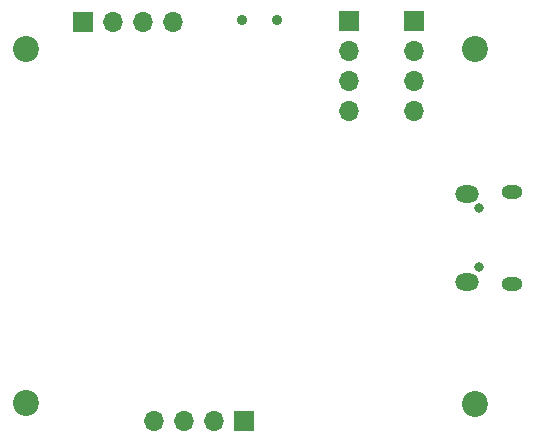
<source format=gbr>
%TF.GenerationSoftware,KiCad,Pcbnew,9.0.0*%
%TF.CreationDate,2025-04-21T09:04:46+10:00*%
%TF.ProjectId,SimplerFlight_v1,53696d70-6c65-4724-966c-696768745f76,rev?*%
%TF.SameCoordinates,Original*%
%TF.FileFunction,Soldermask,Bot*%
%TF.FilePolarity,Negative*%
%FSLAX46Y46*%
G04 Gerber Fmt 4.6, Leading zero omitted, Abs format (unit mm)*
G04 Created by KiCad (PCBNEW 9.0.0) date 2025-04-21 09:04:46*
%MOMM*%
%LPD*%
G01*
G04 APERTURE LIST*
%ADD10C,2.200000*%
%ADD11R,1.700000X1.700000*%
%ADD12O,1.700000X1.700000*%
%ADD13O,0.800000X0.800000*%
%ADD14O,1.800000X1.150000*%
%ADD15O,2.000000X1.450000*%
%ADD16C,0.900000*%
G04 APERTURE END LIST*
D10*
%TO.C,H1*%
X101000000Y-64000000D03*
%TD*%
D11*
%TO.C,J4*%
X105830000Y-61650000D03*
D12*
X108370000Y-61650000D03*
X110910000Y-61650000D03*
X113450000Y-61650000D03*
%TD*%
D10*
%TO.C,H2*%
X139000000Y-64000000D03*
%TD*%
%TO.C,H4*%
X139000000Y-94000000D03*
%TD*%
%TO.C,H3*%
X101000000Y-93900000D03*
%TD*%
D11*
%TO.C,J3*%
X128350000Y-61560000D03*
D12*
X128350000Y-64100000D03*
X128350000Y-66640000D03*
X128350000Y-69180000D03*
%TD*%
D11*
%TO.C,J2*%
X133850000Y-61580000D03*
D12*
X133850000Y-64120000D03*
X133850000Y-66660000D03*
X133850000Y-69200000D03*
%TD*%
D13*
%TO.C,J1*%
X139395000Y-82450000D03*
X139395000Y-77450000D03*
D14*
X142145000Y-83825000D03*
D15*
X138345000Y-83675000D03*
X138345000Y-76225000D03*
D14*
X142145000Y-76075000D03*
%TD*%
D16*
%TO.C,SW1*%
X122300000Y-61500000D03*
X119300000Y-61500000D03*
%TD*%
D11*
%TO.C,J5*%
X119500000Y-95500000D03*
D12*
X116960000Y-95500000D03*
X114420000Y-95500000D03*
X111880000Y-95500000D03*
%TD*%
M02*

</source>
